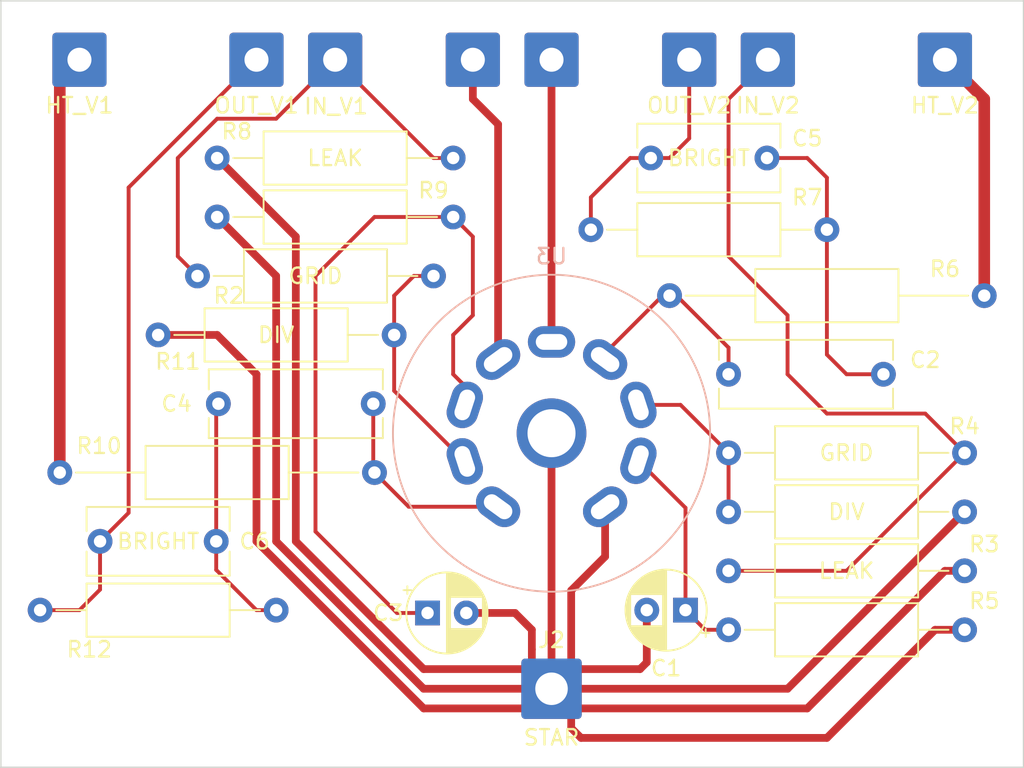
<source format=kicad_pcb>
(kicad_pcb (version 20211014) (generator pcbnew)
  (layers (0 "F.Cu" signal) (31 "B.Cu" signal) (34 "B.Paste" user) (35 "F.Paste" user) (36 "B.SilkS" user "B.Silkscreen") (37 "F.SilkS" user "F.Silkscreen") (38 "B.Mask" user) (39 "F.Mask" user) (44 "Edge.Cuts" user))
  (net 0 "")
  (net 1 "GND")
  (net 2 "Net-(C1-Pad1)")
  (net 3 "Net-(C3-Pad1)")
  (net 4 "Net-(C4-Pad1)")
  (net 5 "Net-(C2-Pad1)")
  (net 6 "Net-(C2-Pad2)")
  (net 7 "Net-(C5-Pad2)")
  (net 8 "Net-(J7-Pad1)")
  (net 9 "-3V3")
  (net 10 "+3V0")
  (net 11 "Net-(C4-Pad2)")
  (net 12 "Net-(J1-Pad1)")
  (net 13 "Net-(C6-Pad2)")
  (net 14 "Net-(J9-Pad1)")
  (net 15 "Net-(J10-Pad1)")
  (net 16 "Net-(R1-Pad2)")
  (net 17 "Net-(R11-Pad2)")
  (footprint "Resistor_THT:R_Axial_DIN0309_L9.0mm_D3.2mm_P15.24mm_Horizontal" (layer "F.Cu") (at 123.19 91.44)
    (fp_text reference "R8" (at 1.27 -1.72) (layer "F.SilkS"))
    (fp_text value "LEAK" (at 7.62 0) (layer "F.SilkS"))
    (fp_line (start 12.24 -1.72) (end 3 -1.72) (layer "F.SilkS") (width 0.12))
    (fp_line (start 3 1.72) (end 12.24 1.72) (layer "F.SilkS") (width 0.12))
    (fp_line (start 14.2 0) (end 12.24 0) (layer "F.SilkS") (width 0.12))
    (fp_line (start 3 -1.72) (end 3 1.72) (layer "F.SilkS") (width 0.12))
    (fp_line (start 12.24 1.72) (end 12.24 -1.72) (layer "F.SilkS") (width 0.12))
    (fp_line (start 1.04 0) (end 3 0) (layer "F.SilkS") (width 0.12))
    (pad "1" thru_hole circle (at 0 0) (size 1.6 1.6) (drill 0.8) (layers *.Cu *.Mask) (net 1 "GND"))
    (pad "2" thru_hole oval (at 15.24 0) (size 1.6 1.6) (drill 0.8) (layers *.Cu *.Mask) (net 8 "Net-(J7-Pad1)"))
  )
  (footprint "Capacitor_THT:C_Rect_L11.0mm_W4.2mm_P10.00mm_MKT" (layer "F.Cu") (at 156.21 105.41)
    (fp_text reference "C2" (at 12.7 -0.925) (layer "F.SilkS"))
    (fp_text value "22n")
    (fp_line (start -0.62 2.22) (end 10.62 2.22) (layer "F.SilkS") (width 0.12))
    (fp_line (start 10.62 -2.22) (end 10.62 -0.925) (layer "F.SilkS") (width 0.12))
    (fp_line (start -0.62 -2.22) (end -0.62 -0.925) (layer "F.SilkS") (width 0.12))
    (fp_line (start -0.62 -2.22) (end 10.62 -2.22) (layer "F.SilkS") (width 0.12))
    (fp_line (start 10.62 0.925) (end 10.62 2.22) (layer "F.SilkS") (width 0.12))
    (fp_line (start -0.62 0.925) (end -0.62 2.22) (layer "F.SilkS") (width 0.12))
    (pad "1" thru_hole circle (at 0 0) (size 1.6 1.6) (drill 0.8) (layers *.Cu *.Mask) (net 5 "Net-(C2-Pad1)"))
    (pad "2" thru_hole circle (at 10 0) (size 1.6 1.6) (drill 0.8) (layers *.Cu *.Mask) (net 6 "Net-(C2-Pad2)"))
  )
  (footprint "Connector_Wire:SolderWire-0.75sqmm_1x01_D1.25mm_OD3.5mm" (layer "F.Cu") (at 170.18 85.09)
    (fp_text reference "J9" hide)
    (fp_text value "HT_V2" (at 0 2.95) (layer "F.SilkS"))
    (pad "1" thru_hole roundrect (at 0 0) (size 3.5 3.5) (drill 1.55) (layers *.Cu *.Mask) (roundrect_rratio 0.07142914286) (net 14 "Net-(J9-Pad1)"))
  )
  (footprint "Connector_Wire:SolderWire-0.75sqmm_1x01_D1.25mm_OD3.5mm" (layer "F.Cu") (at 130.81 85.09)
    (fp_text reference "J7" hide)
    (fp_text value "IN_V1" (at 0.05437 3.007068) (layer "F.SilkS"))
    (pad "1" thru_hole roundrect (at 0 0) (size 3.5 3.5) (drill 1.55) (layers *.Cu *.Mask) (roundrect_rratio 0.07142914286) (net 8 "Net-(J7-Pad1)"))
  )
  (footprint "Resistor_THT:R_Axial_DIN0309_L9.0mm_D3.2mm_P20.32mm_Horizontal" (layer "F.Cu") (at 113.03 111.76)
    (fp_text reference "R10" (at 2.54 -1.72) (layer "F.SilkS"))
    (fp_text value "220K")
    (fp_line (start 19.28 0) (end 14.78 0) (layer "F.SilkS") (width 0.12))
    (fp_line (start 14.78 -1.72) (end 5.54 -1.72) (layer "F.SilkS") (width 0.12))
    (fp_line (start 5.54 -1.72) (end 5.54 1.72) (layer "F.SilkS") (width 0.12))
    (fp_line (start 1.04 0) (end 5.54 0) (layer "F.SilkS") (width 0.12))
    (fp_line (start 5.54 1.72) (end 14.78 1.72) (layer "F.SilkS") (width 0.12))
    (fp_line (start 14.78 1.72) (end 14.78 -1.72) (layer "F.SilkS") (width 0.12))
    (pad "1" thru_hole circle (at 0 0) (size 1.6 1.6) (drill 0.8) (layers *.Cu *.Mask) (net 15 "Net-(J10-Pad1)"))
    (pad "2" thru_hole oval (at 20.32 0) (size 1.6 1.6) (drill 0.8) (layers *.Cu *.Mask) (net 4 "Net-(C4-Pad1)"))
  )
  (footprint "Connector_Wire:SolderWire-0.75sqmm_1x01_D1.25mm_OD3.5mm" (layer "F.Cu") (at 114.3 85.09)
    (fp_text reference "J10" hide)
    (fp_text value "HT_V1" (at 0 2.95) (layer "F.SilkS"))
    (pad "1" thru_hole roundrect (at 0 0) (size 3.5 3.5) (drill 1.55) (layers *.Cu *.Mask) (roundrect_rratio 0.07142914286) (net 15 "Net-(J10-Pad1)"))
  )
  (footprint "Connector_Wire:SolderWire-1.5sqmm_1x01_D1.7mm_OD3.9mm" (layer "F.Cu") (at 144.78 125.73)
    (fp_text reference "J2" (at 0 -3.15) (layer "F.SilkS"))
    (fp_text value "STAR" (at 0 3.15) (layer "F.SilkS"))
    (pad "1" thru_hole roundrect (at 0 0) (size 3.9 3.9) (drill 2.1) (layers *.Cu *.Mask) (roundrect_rratio 0.06410307692) (net 1 "GND"))
  )
  (footprint "Connector_Wire:SolderWire-0.75sqmm_1x01_D1.25mm_OD3.5mm" (layer "F.Cu") (at 125.73 85.09)
    (fp_text reference "J5" hide)
    (fp_text value "OUT_V1" (at 0 2.95) (layer "F.SilkS"))
    (pad "1" thru_hole roundrect (at 0 0) (size 3.5 3.5) (drill 1.55) (layers *.Cu *.Mask) (roundrect_rratio 0.07142914286) (net 13 "Net-(C6-Pad2)"))
  )
  (footprint "Resistor_THT:R_Axial_DIN0309_L9.0mm_D3.2mm_P15.24mm_Horizontal" (layer "F.Cu") (at 156.21 121.92)
    (fp_text reference "R5" (at 16.514343 -1.861852) (layer "F.SilkS"))
    (fp_text value "1.8K")
    (fp_line (start 3 -1.72) (end 3 1.72) (layer "F.SilkS") (width 0.12))
    (fp_line (start 12.24 1.72) (end 12.24 -1.72) (layer "F.SilkS") (width 0.12))
    (fp_line (start 12.24 -1.72) (end 3 -1.72) (layer "F.SilkS") (width 0.12))
    (fp_line (start 1.04 0) (end 3 0) (layer "F.SilkS") (width 0.12))
    (fp_line (start 14.2 0) (end 12.24 0) (layer "F.SilkS") (width 0.12))
    (fp_line (start 3 1.72) (end 12.24 1.72) (layer "F.SilkS") (width 0.12))
    (pad "1" thru_hole circle (at 0 0) (size 1.6 1.6) (drill 0.8) (layers *.Cu *.Mask) (net 2 "Net-(C1-Pad1)"))
    (pad "2" thru_hole oval (at 15.24 0) (size 1.6 1.6) (drill 0.8) (layers *.Cu *.Mask) (net 1 "GND"))
  )
  (footprint "Capacitor_THT:C_Rect_L9.0mm_W4.2mm_P7.50mm_MKT" (layer "F.Cu") (at 123.13 116.205 180)
    (fp_text reference "C6" (at -2.48 0) (layer "F.SilkS"))
    (fp_text value "BRIGHT" (at 3.75 0) (layer "F.SilkS"))
    (fp_line (start 8.37 -2.22) (end 8.37 -0.665) (layer "F.SilkS") (width 0.12))
    (fp_line (start -0.87 -2.22) (end 8.37 -2.22) (layer "F.SilkS") (width 0.12))
    (fp_line (start 8.37 0.665) (end 8.37 2.22) (layer "F.SilkS") (width 0.12))
    (fp_line (start -0.87 0.665) (end -0.87 2.22) (layer "F.SilkS") (width 0.12))
    (fp_line (start -0.87 2.22) (end 8.37 2.22) (layer "F.SilkS") (width 0.12))
    (fp_line (start -0.87 -2.22) (end -0.87 -0.665) (layer "F.SilkS") (width 0.12))
    (pad "1" thru_hole circle (at 0 0 180) (size 1.6 1.6) (drill 0.8) (layers *.Cu *.Mask) (net 11 "Net-(C4-Pad2)"))
    (pad "2" thru_hole circle (at 7.5 0 180) (size 1.6 1.6) (drill 0.8) (layers *.Cu *.Mask) (net 13 "Net-(C6-Pad2)"))
  )
  (footprint "Resistor_THT:R_Axial_DIN0309_L9.0mm_D3.2mm_P15.24mm_Horizontal" (layer "F.Cu") (at 121.92 99.06)
    (fp_text reference "R2" (at 2.02 1.27) (layer "F.SilkS"))
    (fp_text value "GRID" (at 7.62 0) (layer "F.SilkS"))
    (fp_line (start 14.2 0) (end 12.24 0) (layer "F.SilkS") (width 0.12))
    (fp_line (start 3 1.72) (end 12.24 1.72) (layer "F.SilkS") (width 0.12))
    (fp_line (start 12.24 -1.72) (end 3 -1.72) (layer "F.SilkS") (width 0.12))
    (fp_line (start 3 -1.72) (end 3 1.72) (layer "F.SilkS") (width 0.12))
    (fp_line (start 1.04 0) (end 3 0) (layer "F.SilkS") (width 0.12))
    (fp_line (start 12.24 1.72) (end 12.24 -1.72) (layer "F.SilkS") (width 0.12))
    (pad "1" thru_hole circle (at 0 0) (size 1.6 1.6) (drill 0.8) (layers *.Cu *.Mask) (net 8 "Net-(J7-Pad1)"))
    (pad "2" thru_hole oval (at 15.24 0) (size 1.6 1.6) (drill 0.8) (layers *.Cu *.Mask) (net 17 "Net-(R11-Pad2)"))
  )
  (footprint "Capacitor_THT:C_Rect_L9.0mm_W4.2mm_P7.50mm_MKT" (layer "F.Cu") (at 158.69 91.44 180)
    (fp_text reference "C5" (at -2.6 1.27) (layer "F.SilkS"))
    (fp_text value "BRIGHT" (at 3.75 0) (layer "F.SilkS"))
    (fp_line (start 8.37 0.665) (end 8.37 2.22) (layer "F.SilkS") (width 0.12))
    (fp_line (start -0.87 -2.22) (end 8.37 -2.22) (layer "F.SilkS") (width 0.12))
    (fp_line (start -0.87 0.665) (end -0.87 2.22) (layer "F.SilkS") (width 0.12))
    (fp_line (start -0.87 2.22) (end 8.37 2.22) (layer "F.SilkS") (width 0.12))
    (fp_line (start 8.37 -2.22) (end 8.37 -0.665) (layer "F.SilkS") (width 0.12))
    (fp_line (start -0.87 -2.22) (end -0.87 -0.665) (layer "F.SilkS") (width 0.12))
    (pad "1" thru_hole circle (at 0 0 180) (size 1.6 1.6) (drill 0.8) (layers *.Cu *.Mask) (net 6 "Net-(C2-Pad2)"))
    (pad "2" thru_hole circle (at 7.5 0 180) (size 1.6 1.6) (drill 0.8) (layers *.Cu *.Mask) (net 7 "Net-(C5-Pad2)"))
  )
  (footprint "Resistor_THT:R_Axial_DIN0309_L9.0mm_D3.2mm_P15.24mm_Horizontal" (layer "F.Cu") (at 156.21 118.11)
    (fp_text reference "R3" (at 16.51 -1.72) (layer "F.SilkS"))
    (fp_text value "LEAK" (at 7.62 0) (layer "F.SilkS"))
    (fp_line (start 1.04 0) (end 3 0) (layer "F.SilkS") (width 0.12))
    (fp_line (start 12.24 -1.72) (end 3 -1.72) (layer "F.SilkS") (width 0.12))
    (fp_line (start 14.2 0) (end 12.24 0) (layer "F.SilkS") (width 0.12))
    (fp_line (start 3 -1.72) (end 3 1.72) (layer "F.SilkS") (width 0.12))
    (fp_line (start 12.24 1.72) (end 12.24 -1.72) (layer "F.SilkS") (width 0.12))
    (fp_line (start 3 1.72) (end 12.24 1.72) (layer "F.SilkS") (width 0.12))
    (pad "1" thru_hole circle (at 0 0) (size 1.6 1.6) (drill 0.8) (layers *.Cu *.Mask) (net 12 "Net-(J1-Pad1)"))
    (pad "2" thru_hole oval (at 15.24 0) (size 1.6 1.6) (drill 0.8) (layers *.Cu *.Mask) (net 1 "GND"))
  )
  (footprint "MountingHole:MountingHole_3.2mm_M3" (layer "F.Cu") (at 167.005 92.71)
    (fp_text reference "H1" hide)
    (fp_text value "MountingHole" hide)
    (pad "" np_thru_hole circle (at 0 0) (size 3.2 3.2) (drill 3.2) (layers *.Cu *.Mask))
  )
  (footprint "MountingHole:MountingHole_3.2mm_M3" (layer "F.Cu") (at 121.92 126.365)
    (fp_text reference "H2" hide)
    (fp_text value "MountingHole" hide)
    (pad "" np_thru_hole circle (at 0 0) (size 3.2 3.2) (drill 3.2) (layers *.Cu *.Mask))
  )
  (footprint "Connector_Wire:SolderWire-0.75sqmm_1x01_D1.25mm_OD3.5mm" (layer "F.Cu") (at 153.67 85.09)
    (fp_text reference "J8" hide)
    (fp_text value "OUT_V2" (at 0 2.95) (layer "F.SilkS"))
    (pad "1" thru_hole roundrect (at 0 0) (size 3.5 3.5) (drill 1.55) (layers *.Cu *.Mask) (roundrect_rratio 0.07142914286) (net 7 "Net-(C5-Pad2)"))
  )
  (footprint "Connector_Wire:SolderWire-0.75sqmm_1x01_D1.25mm_OD3.5mm" (layer "F.Cu") (at 144.78 85.09)
    (fp_text reference "J6" hide)
    (fp_text value "ACFIL")
    (pad "1" thru_hole roundrect (at 0 0) (size 3.5 3.5) (drill 1.55) (layers *.Cu *.Mask) (roundrect_rratio 0.07142914286) (net 10 "+3V0"))
  )
  (footprint "Capacitor_THT:CP_Radial_D5.0mm_P2.50mm" (layer "F.Cu") (at 136.776395 120.8325)
    (fp_text reference "C3" (at -2.54 0) (layer "F.SilkS"))
    (fp_text value "1µF" hide)
    (fp_line (start 3.091 1.04) (end 3.091 1.826) (layer "F.SilkS") (width 0.12))
    (fp_line (start 3.491 -1.319) (end 3.491 -1.04) (layer "F.SilkS") (width 0.12))
    (fp_line (start 1.61 -2.556) (end 1.61 -1.04) (layer "F.SilkS") (width 0.12))
    (fp_line (start 3.651 -1.011) (end 3.651 1.011) (layer "F.SilkS") (width 0.12))
    (fp_line (start 2.051 -2.455) (end 2.051 -1.04) (layer "F.SilkS") (width 0.12))
    (fp_line (start 1.69 -2.543) (end 1.69 -1.04) (layer "F.SilkS") (width 0.12))
    (fp_line (start 2.731 -2.122) (end 2.731 -1.04) (layer "F.SilkS") (width 0.12))
    (fp_line (start 3.011 1.04) (end 3.011 1.901) (layer "F.SilkS") (width 0.12))
    (fp_line (start 3.691 -0.915) (end 3.691 0.915) (layer "F.SilkS") (width 0.12))
    (fp_line (start 1.53 1.04) (end 1.53 2.565) (layer "F.SilkS") (width 0.12))
    (fp_line (start 3.251 1.04) (end 3.251 1.653) (layer "F.SilkS") (width 0.12))
    (fp_line (start 2.011 -2.468) (end 2.011 -1.04) (layer "F.SilkS") (width 0.12))
    (fp_line (start 2.291 1.04) (end 2.291 2.365) (layer "F.SilkS") (width 0.12))
    (fp_line (start 2.931 -1.971) (end 2.931 -1.04) (layer "F.SilkS") (width 0.12))
    (fp_line (start 3.171 -1.743) (end 3.171 -1.04) (layer "F.SilkS") (width 0.12))
    (fp_line (start 3.051 1.04) (end 3.051 1.864) (layer "F.SilkS") (width 0.12))
    (fp_line (start 1.77 1.04) (end 1.77 2.528) (layer "F.SilkS") (width 0.12))
    (fp_line (start 2.251 -2.382) (end 2.251 -1.04) (layer "F.SilkS") (width 0.12))
    (fp_line (start 2.851 -2.035) (end 2.851 -1.04) (layer "F.SilkS") (width 0.12))
    (fp_line (start 1.33 -2.579) (end 1.33 2.579) (layer "F.SilkS") (width 0.12))
    (fp_line (start -1.304775 -1.725) (end -1.304775 -1.225) (layer "F.SilkS") (width 0.12))
    (fp_line (start 2.651 -2.175) (end 2.651 -1.04) (layer "F.SilkS") (width 0.12))
    (fp_line (start 2.691 -2.149) (end 2.691 -1.04) (layer "F.SilkS") (width 0.12))
    (fp_line (start 2.371 1.04) (end 2.371 2.329) (layer "F.SilkS") (width 0.12))
    (fp_line (start 2.851 1.04) (end 2.851 2.035) (layer "F.SilkS") (width 0.12))
    (fp_line (start 1.73 -2.536) (end 1.73 -1.04) (layer "F.SilkS") (width 0.12))
    (fp_line (start 3.411 1.04) (end 3.411 1.443) (layer "F.SilkS") (width 0.12))
    (fp_line (start 2.731 1.04) (end 2.731 2.122) (layer "F.SilkS") (width 0.12))
    (fp_line (start 2.211 1.04) (end 2.211 2.398) (layer "F.SilkS") (width 0.12))
    (fp_line (start 1.971 1.04) (end 1.971 2.48) (layer "F.SilkS") (width 0.12))
    (fp_line (start -1.554775 -1.475) (end -1.054775 -1.475) (layer "F.SilkS") (width 0.12))
    (fp_line (start 2.011 1.04) (end 2.011 2.468) (layer "F.SilkS") (width 0.12))
    (fp_line (start 2.491 1.04) (end 2.491 2.268) (layer "F.SilkS") (width 0.12))
    (fp_line (start 3.331 1.04) (end 3.331 1.554) (layer "F.SilkS") (width 0.12))
    (fp_line (start 2.971 1.04) (end 2.971 1.937) (layer "F.SilkS") (width 0.12))
    (fp_line (start 2.091 -2.442) (end 2.091 -1.04) (layer "F.SilkS") (width 0.12))
    (fp_line (start 2.411 -2.31) (end 2.411 -1.04) (layer "F.SilkS") (width 0.12))
    (fp_line (start 3.371 1.04) (end 3.371 1.5) (layer "F.SilkS") (width 0.12))
    (fp_line (start 3.771 -0.677) (end 3.771 0.677) (layer "F.SilkS") (width 0.12))
    (fp_line (start 1.53 -2.565) (end 1.53 -1.04) (layer "F.SilkS") (width 0.12))
    (fp_line (start 2.251 1.04) (end 2.251 2.382) (layer "F.SilkS") (width 0.12))
    (fp_line (start 3.131 -1.785) (end 3.131 -1.04) (layer "F.SilkS") (width 0.12))
    (fp_line (start 3.171 1.04) (end 3.171 1.743) (layer "F.SilkS") (width 0.12))
    (fp_line (start 1.89 -2.501) (end 1.89 -1.04) (layer "F.SilkS") (width 0.12))
    (fp_line (start 1.93 1.04) (end 1.93 2.491) (layer "F.SilkS") (width 0.12))
    (fp_line (start 3.131 1.04) (end 3.131 1.785) (layer "F.SilkS") (width 0.12))
    (fp_line (start 1.29 -2.58) (end 1.29 2.58) (layer "F.SilkS") (width 0.12))
    (fp_line (start 1.971 -2.48) (end 1.971 -1.04) (layer "F.SilkS") (width 0.12))
    (fp_line (start 2.811 1.04) (end 2.811 2.065) (layer "F.SilkS") (width 0.12))
    (fp_line (start 1.77 -2.528) (end 1.77 -1.04) (layer "F.SilkS") (width 0.12))
    (fp_line (start 1.49 -2.569) (end 1.49 -1.04) (layer "F.SilkS") (width 0.12))
    (fp_line (start 2.611 1.04) (end 2.611 2.2) (layer "F.SilkS") (width 0.12))
    (fp_line (start 1.81 -2.52) (end 1.81 -1.04) (layer "F.SilkS") (width 0.12))
    (fp_line (start 2.051 1.04) (end 2.051 2.455) (layer "F.SilkS") (width 0.12))
    (fp_line (start 1.65 -2.55) (end 1.65 -1.04) (layer "F.SilkS") (width 0.12))
    (fp_line (start 3.211 1.04) (end 3.211 1.699) (layer "F.SilkS") (width 0.12))
    (fp_line (start 2.531 1.04) (end 2.531 2.247) (layer "F.SilkS") (width 0.12))
    (fp_line (start 2.411 1.04) (end 2.411 2.31) (layer "F.SilkS") (width 0.12))
    (fp_line (start 3.811 -0.518) (end 3.811 0.518) (layer "F.SilkS") (width 0.12))
    (fp_line (start 1.25 -2.58) (end 1.25 2.58) (layer "F.SilkS") (width 0.12))
    (fp_line (start 2.531 -2.247) (end 2.531 -1.04) (layer "F.SilkS") (width 0.12))
    (fp_line (start 2.651 1.04) (end 2.651 2.175) (layer "F.SilkS") (width 0.12))
    (fp_line (start 2.371 -2.329) (end 2.371 -1.04) (layer "F.SilkS") (width 0.12))
    (fp_line (start 3.371 -1.5) (end 3.371 -1.04) (layer "F.SilkS") (width 0.12))
    (fp_line (start 2.571 1.04) (end 2.571 2.224) (layer "F.SilkS") (width 0.12))
    (fp_line (start 3.411 -1.443) (end 3.411 -1.04) (layer "F.SilkS") (width 0.12))
    (fp_line (start 3.731 -0.805) (end 3.731 0.805) (layer "F.SilkS") (width 0.12))
    (fp_line (start 2.211 -2.398) (end 2.211 -1.04) (layer "F.SilkS") (width 0.12))
    (fp_line (start 1.57 1.04) (end 1.57 2.561) (layer "F.SilkS") (width 0.12))
    (fp_line (start 1.65 1.04) (end 1.65 2.55) (layer "F.SilkS") (width 0.12))
    (fp_line (start 3.851 -0.284) (end 3.851 0.284) (layer "F.SilkS") (width 0.12))
    (fp_line (start 1.81 1.04) (end 1.81 2.52) (layer "F.SilkS") (width 0.12))
    (fp_line (start 3.491 1.04) (end 3.491 1.319) (layer "F.SilkS") (width 0.12))
    (fp_line (start 2.291 -2.365) (end 2.291 -1.04) (layer "F.SilkS") (width 0.12))
    (fp_line (start 2.891 1.04) (end 2.891 2.004) (layer "F.SilkS") (width 0.12))
    (fp_line (start 1.69 1.04) (end 1.69 2.543) (layer "F.SilkS") (width 0.12))
    (fp_line (start 2.811 -2.065) (end 2.811 -1.04) (layer "F.SilkS") (width 0.12))
    (fp_line (start 2.771 -2.095) (end 2.771 -1.04) (layer "F.SilkS") (width 0.12))
    (fp_line (start 2.891 -2.004) (end 2.891 -1.04) (layer "F.SilkS") (width 0.12))
    (fp_line (start 1.93 -2.491) (end 1.93 -1.04) (layer "F.SilkS") (width 0.12))
    (fp_line (start 2.131 1.04) (end 2.131 2.428) (layer "F.SilkS") (width 0.12))
    (fp_line (start 2.131 -2.428) (end 2.131 -1.04) (layer "F.SilkS") (width 0.12))
    (fp_line (start 2.771 1.04) (end 2.771 2.095) (layer "F.SilkS") (width 0.12))
    (fp_line (start 3.051 -1.864) (end 3.051 -1.04) (layer "F.SilkS") (width 0.12))
    (fp_line (start 3.291 -1.605) (end 3.291 -1.04) (layer "F.SilkS") (width 0.12))
    (fp_line (start 2.491 -2.268) (end 2.491 -1.04) (layer "F.SilkS") (width 0.12))
    (fp_line (start 2.331 1.04) (end 2.331 2.348) (layer "F.SilkS") (width 0.12))
    (fp_line (start 3.291 1.04) (end 3.291 1.605) (layer "F.SilkS") (width 0.12))
    (fp_line (start 2.171 -2.414) (end 2.171 -1.04) (layer "F.SilkS") (width 0.12))
    (fp_line (start 2.611 -2.2) (end 2.611 -1.04) (layer "F.SilkS") (width 0.12))
    (fp_line (start 2.691 1.04) (end 2.691 2.149) (layer "F.SilkS") (width 0.12))
    (fp_line (start 2.571 -2.224) (end 2.571 -1.04) (layer "F.SilkS") (width 0.12))
    (fp_line (start 2.171 1.04) (end 2.171 2.414) (layer "F.SilkS") (width 0.12))
    (fp_line (start 2.331 -2.348) (end 2.331 -1.04) (layer "F.SilkS") (width 0.12))
    (fp_line (start 3.611 -1.098) (end 3.611 1.098) (layer "F.SilkS") (width 0.12))
    (fp_line (start 3.211 -1.699) (end 3.211 -1.04) (layer "F.SilkS") (width 0.12))
    (fp_line (start 2.451 1.04) (end 2.451 2.29) (layer "F.SilkS") (width 0.12))
    (fp_line (start 1.61 1.04) (end 1.61 2.556) (layer "F.SilkS") (width 0.12))
    (fp_line (start 1.37 -2.578) (end 1.37 2.578) (layer "F.SilkS") (width 0.12))
    (fp_line (start 3.451 1.04) (end 3.451 1.383) (layer "F.SilkS") (width 0.12))
    (fp_line (start 3.091 -1.826) (end 3.091 -1.04) (layer "F.SilkS") (width 0.12))
    (fp_line (start 2.971 -1.937) (end 2.971 -1.04) (layer "F.SilkS") (width 0.12))
    (fp_line (start 1.85 1.04) (end 1.85 2.511) (layer "F.SilkS") (width 0.12))
    (fp_line (start 1.89 1.04) (end 1.89 2.501) (layer "F.SilkS") (width 0.12))
    (fp_line (start 3.251 -1.653) (end 3.251 -1.04) (layer "F.SilkS") (width 0.12))
    (fp_line (start 1.49 1.04) (end 1.49 2.569) (layer "F.SilkS") (width 0.12))
    (fp_line (start 2.451 -2.29) (end 2.451 -1.04) (layer "F.SilkS") (width 0.12))
    (fp_line (start 1.41 -2.576) (end 1.41 2.576) (layer "F.SilkS") (width 0.12))
    (fp_line (start 1.45 -2.573) (end 1.45 2.573) (layer "F.SilkS") (width 0.12))
    (fp_line (start 3.331 -1.554) (end 3.331 -1.04) (layer "F.SilkS") (width 0.12))
    (fp_line (start 1.85 -2.511) (end 1.85 -1.04) (layer "F.SilkS") (width 0.12))
    (fp_line (start 3.011 -1.901) (end 3.011 -1.04) (layer "F.SilkS") (width 0.12))
    (fp_line (start 2.091 1.04) (end 2.091 2.442) (layer "F.SilkS") (width 0.12))
    (fp_line (start 2.931 1.04) (end 2.931 1.971) (layer "F.SilkS") (width 0.12))
    (fp_line (start 3.531 1.04) (end 3.531 1.251) (layer "F.SilkS") (width 0.12))
    (fp_line (start 3.531 -1.251) (end 3.531 -1.04) (layer "F.SilkS") (width 0.12))
    (fp_line (start 1.73 1.04) (end 1.73 2.536) (layer "F.SilkS") (width 0.12))
    (fp_line (start 3.451 -1.383) (end 3.451 -1.04) (layer "F.SilkS") (width 0.12))
    (fp_line (start 3.571 -1.178) (end 3.571 1.178) (layer "F.SilkS") (width 0.12))
    (fp_line (start 1.57 -2.561) (end 1.57 -1.04) (layer "F.SilkS") (width 0.12))
    (fp_circle (center 1.25 0) (end 3.87 0) (layer "F.SilkS") (width 0.12) (fill none))
    (pad "1" thru_hole rect (at 0 0) (size 1.6 1.6) (drill 0.8) (layers *.Cu *.Mask) (net 3 "Net-(C3-Pad1)"))
    (pad "2" thru_hole circle (at 2.5 0) (size 1.6 1.6) (drill 0.8) (layers *.Cu *.Mask) (net 1 "GND"))
  )
  (footprint "Resistor_THT:R_Axial_DIN0309_L9.0mm_D3.2mm_P15.24mm_Horizontal" (layer "F.Cu") (at 119.38 102.87)
    (fp_text reference "R11" (at 1.27 1.72) (layer "F.SilkS"))
    (fp_text value "DIV" (at 7.62 0) (layer "F.SilkS"))
    (fp_line (start 14.2 0) (end 12.24 0) (layer "F.SilkS") (width 0.12))
    (fp_line (start 12.24 1.72) (end 12.24 -1.72) (layer "F.SilkS") (width 0.12))
    (fp_line (start 1.04 0) (end 3 0) (layer "F.SilkS") (width 0.12))
    (fp_line (start 12.24 -1.72) (end 3 -1.72) (layer "F.SilkS") (width 0.12))
    (fp_line (start 3 1.72) (end 12.24 1.72) (layer "F.SilkS") (width 0.12))
    (fp_line (start 3 -1.72) (end 3 1.72) (layer "F.SilkS") (width 0.12))
    (pad "1" thru_hole circle (at 0 0) (size 1.6 1.6) (drill 0.8) (layers *.Cu *.Mask) (net 1 "GND"))
    (pad "2" thru_hole oval (at 15.24 0) (size 1.6 1.6) (drill 0.8) (layers *.Cu *.Mask) (net 17 "Net-(R11-Pad2)"))
  )
  (footprint "Connector_Wire:SolderWire-0.75sqmm_1x01_D1.25mm_OD3.5mm" (layer "F.Cu") (at 158.75 85.09)
    (fp_text reference "J1" hide)
    (fp_text value "IN_V2" (at 0 2.95) (layer "F.SilkS"))
    (pad "1" thru_hole roundrect (at 0 0) (size 3.5 3.5) (drill 1.55) (layers *.Cu *.Mask) (roundrect_rratio 0.07142914286) (net 12 "Net-(J1-Pad1)"))
  )
  (footprint "Capacitor_THT:C_Rect_L11.0mm_W4.2mm_P10.00mm_MKT" (layer "F.Cu") (at 133.27 107.315 180)
    (fp_text reference "C4" (at 12.7 0 180) (layer "F.SilkS"))
    (fp_text value "22n")
    (fp_line (start -0.62 2.22) (end 10.62 2.22) (layer "F.SilkS") (width 0.12))
    (fp_line (start -0.62 -2.22) (end -0.62 -0.925) (layer "F.SilkS") (width 0.12))
    (fp_line (start -0.62 -2.22) (end 10.62 -2.22) (layer "F.SilkS") (width 0.12))
    (fp_line (start 10.62 -2.22) (end 10.62 -0.925) (layer "F.SilkS") (width 0.12))
    (fp_line (start -0.62 0.925) (end -0.62 2.22) (layer "F.SilkS") (width 0.12))
    (fp_line (start 10.62 0.925) (end 10.62 2.22) (layer "F.SilkS") (width 0.12))
    (pad "1" thru_hole circle (at 0 0 180) (size 1.6 1.6) (drill 0.8) (layers *.Cu *.Mask) (net 4 "Net-(C4-Pad1)"))
    (pad "2" thru_hole circle (at 10 0 180) (size 1.6 1.6) (drill 0.8) (layers *.Cu *.Mask) (net 11 "Net-(C4-Pad2)"))
  )
  (footprint "Resistor_THT:R_Axial_DIN0309_L9.0mm_D3.2mm_P15.24mm_Horizontal" (layer "F.Cu") (at 127 120.65 180)
    (fp_text reference "R12" (at 12.065 -2.54) (layer "F.SilkS"))
    (fp_text value "470K")
    (fp_line (start 12.24 1.72) (end 12.24 -1.72) (layer "F.SilkS") (width 0.12))
    (fp_line (start 3 -1.72) (end 3 1.72) (layer "F.SilkS") (width 0.12))
    (fp_line (start 14.2 0) (end 12.24 0) (layer "F.SilkS") (width 0.12))
    (fp_line (start 12.24 -1.72) (end 3 -1.72) (layer "F.SilkS") (width 0.12))
    (fp_line (start 1.04 0) (end 3 0) (layer "F.SilkS") (width 0.12))
    (fp_line (start 3 1.72) (end 12.24 1.72) (layer "F.SilkS") (width 0.12))
    (pad "1" thru_hole circle (at 0 0 180) (size 1.6 1.6) (drill 0.8) (layers *.Cu *.Mask) (net 11 "Net-(C4-Pad2)"))
    (pad "2" thru_hole oval (at 15.24 0 180) (size 1.6 1.6) (drill 0.8) (layers *.Cu *.Mask) (net 13 "Net-(C6-Pad2)"))
  )
  (footprint "Resistor_THT:R_Axial_DIN0309_L9.0mm_D3.2mm_P15.24mm_Horizontal" (layer "F.Cu") (at 171.45 114.3 180)
    (fp_text reference "R1" hide)
    (fp_text value "DIV" (at 7.62 0) (layer "F.SilkS"))
    (fp_line (start 3 -1.72) (end 3 1.72) (layer "F.SilkS") (width 0.12))
    (fp_line (start 12.24 -1.72) (end 3 -1.72) (layer "F.SilkS") (width 0.12))
    (fp_line (start 14.2 0) (end 12.24 0) (layer "F.SilkS") (width 0.12))
    (fp_line (start 1.04 0) (end 3 0) (layer "F.SilkS") (width 0.12))
    (fp_line (start 3 1.72) (end 12.24 1.72) (layer "F.SilkS") (width 0.12))
    (fp_line (start 12.24 1.72) (end 12.24 -1.72) (layer "F.SilkS") (width 0.12))
    (pad "1" thru_hole circle (at 0 0 180) (size 1.6 1.6) (drill 0.8) (layers *.Cu *.Mask) (net 1 "GND"))
    (pad "2" thru_hole oval (at 15.24 0 180) (size 1.6 1.6) (drill 0.8) (layers *.Cu *.Mask) (net 16 "Net-(R1-Pad2)"))
  )
  (footprint "Capacitor_THT:CP_Radial_D5.0mm_P2.50mm" (layer "F.Cu") (at 153.43 120.65 180)
    (fp_text reference "C1" (at 1.25 -3.75) (layer "F.SilkS"))
    (fp_text value "0.1µF" hide)
    (fp_line (start 1.57 -2.561) (end 1.57 -1.04) (layer "F.SilkS") (width 0.12))
    (fp_line (start 3.611 -1.098) (end 3.611 1.098) (layer "F.SilkS") (width 0.12))
    (fp_line (start 3.371 -1.5) (end 3.371 -1.04) (layer "F.SilkS") (width 0.12))
    (fp_line (start 2.211 -2.398) (end 2.211 -1.04) (layer "F.SilkS") (width 0.12))
    (fp_line (start 2.731 -2.122) (end 2.731 -1.04) (layer "F.SilkS") (width 0.12))
    (fp_line (start 2.971 1.04) (end 2.971 1.937) (layer "F.SilkS") (width 0.12))
    (fp_line (start 1.89 -2.501) (end 1.89 -1.04) (layer "F.SilkS") (width 0.12))
    (fp_line (start 2.571 1.04) (end 2.571 2.224) (layer "F.SilkS") (width 0.12))
    (fp_line (start 2.291 -2.365) (end 2.291 -1.04) (layer "F.SilkS") (width 0.12))
    (fp_line (start 2.051 1.04) (end 2.051 2.455) (layer "F.SilkS") (width 0.12))
    (fp_line (start 2.091 -2.442) (end 2.091 -1.04) (layer "F.SilkS") (width 0.12))
    (fp_line (start 3.411 -1.443) (end 3.411 -1.04) (layer "F.SilkS") (width 0.12))
    (fp_line (start 3.731 -0.805) (end 3.731 0.805) (layer "F.SilkS") (width 0.12))
    (fp_line (start 3.251 1.04) (end 3.251 1.653) (layer "F.SilkS") (width 0.12))
    (fp_line (start 1.37 -2.578) (end 1.37 2.578) (layer "F.SilkS") (width 0.12))
    (fp_line (start 3.011 1.04) (end 3.011 1.901) (layer "F.SilkS") (width 0.12))
    (fp_line (start 2.811 1.04) (end 2.811 2.065) (layer "F.SilkS") (width 0.12))
    (fp_line (start 1.81 -2.52) (end 1.81 -1.04) (layer "F.SilkS") (width 0.12))
    (fp_line (start 2.251 -2.382) (end 2.251 -1.04) (layer "F.SilkS") (width 0.12))
    (fp_line (start 2.651 1.04) (end 2.651 2.175) (layer "F.SilkS") (width 0.12))
    (fp_line (start 3.451 1.04) (end 3.451 1.383) (layer "F.SilkS") (width 0.12))
    (fp_line (start 3.251 -1.653) (end 3.251 -1.04) (layer "F.SilkS") (width 0.12))
    (fp_line (start 2.571 -2.224) (end 2.571 -1.04) (layer "F.SilkS") (width 0.12))
    (fp_line (start 1.89 1.04) (end 1.89 2.501) (layer "F.SilkS") (width 0.12))
    (fp_line (start 1.65 -2.55) (end 1.65 -1.04) (layer "F.SilkS") (width 0.12))
    (fp_line (start 3.211 -1.699) (end 3.211 -1.04) (layer "F.SilkS") (width 0.12))
    (fp_line (start 2.131 -2.428) (end 2.131 -1.04) (layer "F.SilkS") (width 0.12))
    (fp_line (start 2.531 -2.247) (end 2.531 -1.04) (layer "F.SilkS") (width 0.12))
    (fp_line (start 1.41 -2.576) (end 1.41 2.576) (layer "F.SilkS") (width 0.12))
    (fp_line (start 3.331 -1.554) (end 3.331 -1.04) (layer "F.SilkS") (width 0.12))
    (fp_line (start 1.25 -2.58) (end 1.25 2.58) (layer "F.SilkS") (width 0.12))
    (fp_line (start 3.211 1.04) (end 3.211 1.699) (layer "F.SilkS") (width 0.12))
    (fp_line (start 2.971 -1.937) (end 2.971 -1.04) (layer "F.SilkS") (width 0.12))
    (fp_line (start 2.931 1.04) (end 2.931 1.971) (layer "F.SilkS") (width 0.12))
    (fp_line (start 1.61 1.04) (end 1.61 2.556) (layer "F.SilkS") (width 0.12))
    (fp_line (start 3.131 -1.785) (end 3.131 -1.04) (layer "F.SilkS") (width 0.12))
    (fp_line (start 3.371 1.04) (end 3.371 1.5) (layer "F.SilkS") (width 0.12))
    (fp_line (start 2.691 -2.149) (end 2.691 -1.04) (layer "F.SilkS") (width 0.12))
    (fp_line (start 2.411 -2.31) (end 2.411 -1.04) (layer "F.SilkS") (width 0.12))
    (fp_line (start 3.091 1.04) (end 3.091 1.826) (layer "F.SilkS") (width 0.12))
    (fp_line (start 3.491 -1.319) (end 3.491 -1.04) (layer "F.SilkS") (width 0.12))
    (fp_line (start 3.291 -1.605) (end 3.291 -1.04) (layer "F.SilkS") (width 0.12))
    (fp_line (start 1.971 1.04) (end 1.971 2.48) (layer "F.SilkS") (width 0.12))
    (fp_line (start 1.33 -2.579) (end 1.33 2.579) (layer "F.SilkS") (width 0.12))
    (fp_line (start 2.851 1.04) (end 2.851 2.035) (layer "F.SilkS") (width 0.12))
    (fp_line (start 3.491 1.04) (end 3.491 1.319) (layer "F.SilkS") (width 0.12))
    (fp_line (start 3.811 -0.518) (end 3.811 0.518) (layer "F.SilkS") (width 0.12))
    (fp_line (start 2.491 -2.268) (end 2.491 -1.04) (layer "F.SilkS") (width 0.12))
    (fp_line (start 3.171 -1.743) (end 3.171 -1.04) (layer "F.SilkS") (width 0.12))
    (fp_line (start 2.131 1.04) (end 2.131 2.428) (layer "F.SilkS") (width 0.12))
    (fp_line (start 2.491 1.04) (end 2.491 2.268) (layer "F.SilkS") (width 0.12))
    (fp_line (start 3.051 1.04) (end 3.051 1.864) (layer "F.SilkS") (width 0.12))
    (fp_line (start 2.011 -2.468) (end 2.011 -1.04) (layer "F.SilkS") (width 0.12))
    (fp_line (start 2.891 1.04) (end 2.891 2.004) (layer "F.SilkS") (width 0.12))
    (fp_line (start 2.411 1.04) (end 2.411 2.31) (layer "F.SilkS") (width 0.12))
    (fp_line (start 1.85 1.04) (end 1.85 2.511) (layer "F.SilkS") (width 0.12))
    (fp_line (start 2.171 -2.414) (end 2.171 -1.04) (layer "F.SilkS") (width 0.12))
    (fp_line (start 2.171 1.04) (end 2.171 2.414) (layer "F.SilkS") (width 0.12))
    (fp_line (start 1.53 -2.565) (end 1.53 -1.04) (layer "F.SilkS") (width 0.12))
    (fp_line (start 2.091 1.04) (end 2.091 2.442) (layer "F.SilkS") (width 0.12))
    (fp_line (start 2.051 -2.455) (end 2.051 -1.04) (layer "F.SilkS") (width 0.12))
    (fp_line (start 2.371 -2.329) (end 2.371 -1.04) (layer "F.SilkS") (width 0.12))
    (fp_line (start 3.571 -1.178) (end 3.571 1.178) (layer "F.SilkS") (width 0.12))
    (fp_line (start 2.651 -2.175) (end 2.651 -1.04) (layer "F.SilkS") (width 0.12))
    (fp_line (start 1.971 -2.48) (end 1.971 -1.04) (layer "F.SilkS") (width 0.12))
    (fp_line (start 3.691 -0.915) (end 3.691 0.915) (layer "F.SilkS") (width 0.12))
    (fp_line (start 1.45 -2.573) (end 1.45 2.573) (layer "F.SilkS") (width 0.12))
    (fp_line (start 1.65 1.04) (end 1.65 2.55) (layer "F.SilkS") (width 0.12))
    (fp_line (start 1.49 -2.569) (end 1.49 -1.04) (layer "F.SilkS") (width 0.12))
    (fp_line (start 1.29 -2.58) (end 1.29 2.58) (layer "F.SilkS") (width 0.12))
    (fp_line (start 2.611 1.04) (end 2.611 2.2) (layer "F.SilkS") (width 0.12))
    (fp_line (start 1.61 -2.556) (end 1.61 -1.04) (layer "F.SilkS") (width 0.12))
    (fp_line (start 2.731 1.04) (end 2.731 2.122) (layer "F.SilkS") (width 0.12))
    (fp_line (start 1.69 1.04) (end 1.69 2.543) (layer "F.SilkS") (width 0.12))
    (fp_line (start -1.554775 -1.475) (end -1.054775 -1.475) (layer "F.SilkS") (width 0.12))
    (fp_line (start 3.131 1.04) (end 3.131 1.785) (layer "F.SilkS") (width 0.12))
    (fp_line (start 3.451 -1.383) (end 3.451 -1.04) (layer "F.SilkS") (width 0.12))
    (fp_line (start 3.531 -1.251) (end 3.531 -1.04) (layer "F.SilkS") (width 0.12))
    (fp_line (start 3.091 -1.826) (end 3.091 -1.04) (layer "F.SilkS") (width 0.12))
    (fp_line (start 2.931 -1.971) (end 2.931 -1.04) (layer "F.SilkS") (width 0.12))
    (fp_line (start 2.771 1.04) (end 2.771 2.095) (layer "F.SilkS") (width 0.12))
    (fp_line (start 1.93 -2.491) (end 1.93 -1.04) (layer "F.SilkS") (width 0.12))
    (fp_line (start 1.81 1.04) (end 1.81 2.52) (layer "F.SilkS") (width 0.12))
    (fp_line (start 1.85 -2.511) (end 1.85 -1.04) (layer "F.SilkS") (width 0.12))
    (fp_line (start 2.691 1.04) (end 2.691 2.149) (layer "F.SilkS") (width 0.12))
    (fp_line (start 3.771 -0.677) (end 3.771 0.677) (layer "F.SilkS") (width 0.12))
    (fp_line (start 2.211 1.04) (end 2.211 2.398) (layer "F.SilkS") (width 0.12))
    (fp_line (start 2.331 1.04) (end 2.331 2.348) (layer "F.SilkS") (width 0.12))
    (fp_line (start 3.531 1.04) (end 3.531 1.251) (layer "F.SilkS") (width 0.12))
    (fp_line (start 2.611 -2.2) (end 2.611 -1.04) (layer "F.SilkS") (width 0.12))
    (fp_line (start 1.49 1.04) (end 1.49 2.569) (layer "F.SilkS") (width 0.12))
    (fp_line (start 2.891 -2.004) (end 2.891 -1.04) (layer "F.SilkS") (width 0.12))
    (fp_line (start 2.451 1.04) (end 2.451 2.29) (layer "F.SilkS") (width 0.12))
    (fp_line (start 2.531 1.04) (end 2.531 2.247) (layer "F.SilkS") (width 0.12))
    (fp_line (start 2.291 1.04) (end 2.291 2.365) (layer "F.SilkS") (width 0.12))
    (fp_line (start 2.011 1.04) (end 2.011 2.468) (layer "F.SilkS") (width 0.12))
    (fp_line (start 3.051 -1.864) (end 3.051 -1.04) (layer "F.SilkS") (width 0.12))
    (fp_line (start 1.73 -2.536) (end 1.73 -1.04) (layer "F.SilkS") (width 0.12))
    (fp_line (start 1.93 1.04) (end 1.93 2.491) (layer "F.SilkS") (width 0.12))
    (fp_line (start 3.331 1.04) (end 3.331 1.554) (layer "F.SilkS") (width 0.12))
    (fp_line (start 2.851 -2.035) (end 2.851 -1.04) (layer "F.SilkS") (width 0.12))
    (fp_line (start 3.291 1.04) (end 3.291 1.605) (layer "F.SilkS") (width 0.12))
    (fp_line (start -1.304775 -1.725) (end -1.304775 -1.225) (layer "F.SilkS") (width 0.12))
    (fp_line (start 2.811 -2.065) (end 2.811 -1.04) (layer "F.SilkS") (width 0.12))
    (fp_line (start 3.171 1.04) (end 3.171 1.743) (layer "F.SilkS") (width 0.12))
    (fp_line (start 2.331 -2.348) (end 2.331 -1.04) (layer "F.SilkS") (width 0.12))
    (fp_line (start 2.771 -2.095) (end 2.771 -1.04) (layer "F.SilkS") (width 0.12))
    (fp_line (start 1.73 1.04) (end 1.73 2.536) (layer "F.SilkS") (width 0.12))
    (fp_line (start 3.851 -0.284) (end 3.851 0.284) (layer "F.SilkS") (width 0.12))
    (fp_line (start 1.77 1.04) (end 1.77 2.528) (layer "F.SilkS") (width 0.12))
    (fp_line (start 1.69 -2.543) (end 1.69 -1.04) (layer "F.SilkS") (width 0.12))
    (fp_line (start 2.451 -2.29) (end 2.451 -1.04) (layer "F.SilkS") (width 0.12))
    (fp_line (start 1.53 1.04) (end 1.53 2.565) (layer "F.SilkS") (width 0.12))
    (fp_line (start 3.411 1.04) (end 3.411 1.443) (layer "F.SilkS") (width 0.12))
    (fp_line (start 1.57 1.04) (end 1.57 2.561) (layer "F.SilkS") (width 0.12))
    (fp_line (start 3.651 -1.011) (end 3.651 1.011) (layer "F.SilkS") (width 0.12))
    (fp_line (start 2.251 1.04) (end 2.251 2.382) (layer "F.SilkS") (width 0.12))
    (fp_line (start 2.371 1.04) (end 2.371 2.329) (layer "F.SilkS") (width 0.12))
    (fp_line (start 1.77 -2.528) (end 1.77 -1.04) (layer "F.SilkS") (width 0.12))
    (fp_line (start 3.011 -1.901) (end 3.011 -1.04) (layer "F.SilkS") (width 0.12))
    (fp_circle (center 1.25 0) (end 3.87 0) (layer "F.SilkS") (width 0.12) (fill none))
    (pad "1" thru_hole rect (at 0 0 180) (size 1.6 1.6) (drill 0.8) (layers *.Cu *.Mask) (net 2 "Net-(C1-Pad1)"))
    (pad "2" thru_hole circle (at 2.5 0 180) (size 1.6 1.6) (drill 0.8) (layers *.Cu *.Mask) (net 1 "GND"))
  )
  (footprint "Resistor_THT:R_Axial_DIN0309_L9.0mm_D3.2mm_P15.24mm_Horizontal" (layer "F.Cu") (at 138.43 95.25 180)
    (fp_text reference "R9" (at 1.27 1.72) (layer "F.SilkS"))
    (fp_text value "1.8K")
    (fp_line (start 12.24 -1.72) (end 3 -1.72) (layer "F.SilkS") (width 0.12))
    (fp_line (start 3 1.72) (end 12.24 1.72) (layer "F.SilkS") (width 0.12))
    (fp_line (start 14.2 0) (end 12.24 0) (layer "F.SilkS") (width 0.12))
    (fp_line (start 3 -1.72) (end 3 1.72) (layer "F.SilkS") (width 0.12))
    (fp_line (start 1.04 0) (end 3 0) (layer "F.SilkS") (width 0.12))
    (fp_line (start 12.24 1.72) (end 12.24 -1.72) (layer "F.SilkS") (width 0.12))
    (pad "1" thru_hole circle (at 0 0 180) (size 1.6 1.6) (drill 0.8) (layers *.Cu *.Mask) (net 3 "Net-(C3-Pad1)"))
    (pad "2" thru_hole oval (at 15.24 0 180) (size 1.6 1.6) (drill 0.8) (layers *.Cu *.Mask) (net 1 "GND"))
  )
  (footprint "Resistor_THT:R_Axial_DIN0309_L9.0mm_D3.2mm_P15.24mm_Horizontal" (layer "F.Cu") (at 171.45 110.49 180)
    (fp_text reference "R4" (at 0 1.72) (layer "F.SilkS"))
    (fp_text value "GRID" (at 7.62 0) (layer "F.SilkS"))
    (fp_line (start 12.24 -1.72) (end 3 -1.72) (layer "F.SilkS") (width 0.12))
    (fp_line (start 3 -1.72) (end 3 1.72) (layer "F.SilkS") (width 0.12))
    (fp_line (start 3 1.72) (end 12.24 1.72) (layer "F.SilkS") (width 0.12))
    (fp_line (start 12.24 1.72) (end 12.24 -1.72) (layer "F.SilkS") (width 0.12))
    (fp_line (start 1.04 0) (end 3 0) (layer "F.SilkS") (width 0.12))
    (fp_line (start 14.2 0) (end 12.24 0) (layer "F.SilkS") (width 0.12))
    (pad "1" thru_hole circle (at 0 0 180) (size 1.6 1.6) (drill 0.8) (layers *.Cu *.Mask) (net 12 "Net-(J1-Pad1)"))
    (pad "2" thru_hole oval (at 15.24 0 180) (size 1.6 1.6) (drill 0.8) (layers *.Cu *.Mask) (net 16 "Net-(R1-Pad2)"))
  )
  (footprint "Resistor_THT:R_Axial_DIN0309_L9.0mm_D3.2mm_P15.24mm_Horizontal" (layer "F.Cu") (at 162.56 96.07 180)
    (fp_text reference "R7" (at 1.27 2.09) (layer "F.SilkS"))
    (fp_text value "470K")
    (fp_line (start 12.24 -1.72) (end 3 -1.72) (layer "F.SilkS") (width 0.12))
    (fp_line (start 14.2 0) (end 12.24 0) (layer "F.SilkS") (width 0.12))
    (fp_line (start 3 -1.72) (end 3 1.72) (layer "F.SilkS") (width 0.12))
    (fp_line (start 3 1.72) (end 12.24 1.72) (layer "F.SilkS") (width 0.12))
    (fp_line (start 12.24 1.72) (end 12.24 -1.72) (layer "F.SilkS") (width 0.12))
    (fp_line (start 1.04 0) (end 3 0) (layer "F.SilkS") (width 0.12))
    (pad "1" thru_hole circle (at 0 0 180) (size 1.6 1.6) (drill 0.8) (layers *.Cu *.Mask) (net 6 "Net-(C2-Pad2)"))
    (pad "2" thru_hole oval (at 15.24 0 180) (size 1.6 1.6) (drill 0.8) (layers *.Cu *.Mask) (net 7 "Net-(C5-Pad2)"))
  )
  (footprint "Connector_Wire:SolderWire-0.75sqmm_1x01_D1.25mm_OD3.5mm" (layer "F.Cu") (at 139.7 85.09)
    (fp_text reference "J3" hide)
    (fp_text value "ACFIL")
    (pad "1" thru_hole roundrect (at 0 0) (size 3.5 3.5) (drill 1.55) (layers *.Cu *.Mask) (roundrect_rratio 0.07142914286) (net 9 "-3V3"))
  )
  (footprint "Resistor_THT:R_Axial_DIN0309_L9.0mm_D3.2mm_P20.32mm_Horizontal" (layer "F.Cu") (at 172.72 100.33 180)
    (fp_text reference "R6" (at 2.54 1.72 180) (layer "F.SilkS"))
    (fp_text value "220K")
    (fp_line (start 14.78 -1.72) (end 5.54 -1.72) (layer "F.SilkS") (width 0.12))
    (fp_line (start 14.78 1.72) (end 14.78 -1.72) (layer "F.SilkS") (width 0.12))
    (fp_line (start 1.04 0) (end 5.54 0) (layer "F.SilkS") (width 0.12))
    (fp_line (start 5.54 1.72) (end 14.78 1.72) (layer "F.SilkS") (width 0.12))
    (fp_line (start 19.28 0) (end 14.78 0) (layer "F.SilkS") (width 0.12))
    (fp_line (start 5.54 -1.72) (end 5.54 1.72) (layer "F.SilkS") (width 0.12))
    (pad "1" thru_hole circle (at 0 0 180) (size 1.6 1.6) (drill 0.8) (layers *.Cu *.Mask) (net 14 "Net-(J9-Pad1)"))
    (pad "2" thru_hole oval (at 20.32 0 180) (size 1.6 1.6) (drill 0.8) (layers *.Cu *.Mask) (net 5 "Net-(C2-Pad1)"))
  )
  (footprint "Valve:Valve_ECC-83-2" (layer "B.Cu") (at 141.33 113.97 180)
    (fp_text reference "U3" (at -3.45 16.18) (layer "B.SilkS") (effects (justify mirror)))
    (fp_text value "ECC83" hide)
    (fp_circle (center -3.45 4.75) (end 6.71 3.48) (layer "B.SilkS") (width 0.12) (fill none))
    (pad "1" thru_hole oval (at 0 0 234) (size 2.03 3.05) (drill oval 1.02 2.03) (layers *.Cu *.Mask) (net 4 "Net-(C4-Pad1)"))
    (pad "2" thru_hole oval (at 2.15 2.93 198) (size 2.03 3.05) (drill oval 1.02 2.03) (layers *.Cu *.Mask) (net 17 "Net-(R11-Pad2)"))
    (pad "3" thru_hole oval (at 2.15 6.58 162) (size 2.03 3.05) (drill oval 1.02 2.03) (layers *.Cu *.Mask) (net 3 "Net-(C3-Pad1)"))
    (pad "4" thru_hole oval (at 0 9.51 126) (size 2.03 3.05) (drill oval 1.02 2.03) (layers *.Cu *.Mask) (net 9 "-3V3"))
    (pad "5" thru_hole oval (at -3.45 10.65 90) (size 2.03 3.05) (drill oval 1.02 2.03) (layers *.Cu *.Mask) (net 10 "+3V0"))
    (pad "6" thru_hole oval (at -6.91 9.51 234) (size 2.03 3.05) (drill oval 1.02 2.03) (layers *.Cu *.Mask) (net 5 "Net-(C2-Pad1)"))
    (pad "7" thru_hole oval (at -9.06 6.58 198) (size 2.03 3.05) (drill oval 1.02 2.03) (layers *.Cu *.Mask) (net 16 "Net-(R1-Pad2)"))
    (pad "8" thru_hole oval (at -9.06 2.97 162) (size 2.03 3.05) (drill oval 1.02 2.03) (layers *.Cu *.Mask) (net 2 "Net-(C1-Pad1)"))
    (pad "9" thru_hole circle (at -3.45 4.75 180) (size 4.5 4.5) (drill 3.1) (layers *.Cu *.Mask) (net 1 "GND"))
    (pad "9" thru_hole oval (at -6.91 0 126) (size 2.03 3.05) (drill oval 1.02 2.03) (layers *.Cu *.Mask) (net 1 "GND"))
  )
  (gr_line (start 109.22 81.28) (end 175.26 81.28) (layer "Edge.Cuts") (width 0.1))
  (gr_line (start 109.22 130.81) (end 109.22 81.28) (layer "Edge.Cuts") (width 0.1))
  (gr_line (start 175.26 130.81) (end 109.22 130.81) (layer "Edge.Cuts") (width 0.1))
  (gr_line (start 175.26 81.28) (end 175.26 130.81) (layer "Edge.Cuts") (width 0.1))
  (segment (start 144.78 125.73) (end 143.51 127) (width 0.5) (layer "F.Cu") (net 1))
  (segment (start 128.27 96.52) (end 128.27 116.205) (width 0.5) (layer "F.Cu") (net 1))
  (segment (start 148.24 113.97) (end 148.24 117.19) (width 0.5) (layer "F.Cu") (net 1))
  (segment (start 161.29 127) (end 146.05 127) (width 0.5) (layer "F.Cu") (net 1))
  (segment (start 170.18 118.11) (end 161.29 127) (width 0.5) (layer "F.Cu") (net 1))
  (segment (start 125.73 105.41) (end 123.19 102.87) (width 0.5) (layer "F.Cu") (net 1))
  (segment (start 127 116.205) (end 136.525 125.73) (width 0.5) (layer "F.Cu") (net 1))
  (segment (start 146.05 124.46) (end 144.78 125.73) (width 0.25) (layer "F.Cu") (net 1))
  (segment (start 146.05 119.38) (end 146.05 124.46) (width 0.5) (layer "F.Cu") (net 1))
  (segment (start 169.545 121.92) (end 162.56 128.905) (width 0.5) (layer "F.Cu") (net 1))
  (segment (start 143.51 127) (end 136.525 127) (width 0.5) (layer "F.Cu") (net 1))
  (segment (start 171.45 121.92) (end 169.545 121.92) (width 0.5) (layer "F.Cu") (net 1))
  (segment (start 160.02 125.73) (end 144.78 125.73) (width 0.5) (layer "F.Cu") (net 1))
  (segment (start 162.56 128.905) (end 146.685 128.905) (width 0.5) (layer "F.Cu") (net 1))
  (segment (start 143.51 124.46) (end 144.78 125.73) (width 0.25) (layer "F.Cu") (net 1))
  (segment (start 142.4225 120.8325) (end 143.51 121.92) (width 0.5) (layer "F.Cu") (net 1))
  (segment (start 171.45 118.11) (end 170.18 118.11) (width 0.5) (layer "F.Cu") (net 1))
  (segment (start 144.78 109.22) (end 144.78 125.73) (width 0.5) (layer "F.Cu") (net 1))
  (segment (start 139.276395 120.8325) (end 142.4225 120.8325) (width 0.5) (layer "F.Cu") (net 1))
  (segment (start 148.24 117.19) (end 146.05 119.38) (width 0.5) (layer "F.Cu") (net 1))
  (segment (start 171.45 114.3) (end 160.02 125.73) (width 0.5) (layer "F.Cu") (net 1))
  (segment (start 144.78 125.73) (end 144.78 124.46) (width 0.5) (layer "F.Cu") (net 1))
  (segment (start 150.495 124.46) (end 146.685 124.46) (width 0.5) (layer "F.Cu") (net 1))
  (segment (start 136.525 127) (end 125.73 116.205) (width 0.5) (layer "F.Cu") (net 1))
  (segment (start 146.685 124.46) (end 146.05 124.46) (width 0.5) (layer "F.Cu") (net 1))
  (segment (start 125.73 116.205) (end 125.73 105.41) (width 0.5) (layer "F.Cu") (net 1))
  (segment (start 136.525 125.73) (end 144.78 125.73) (width 0.5) (layer "F.Cu") (net 1))
  (segment (start 123.19 91.44) (end 128.27 96.52) (width 0.5) (layer "F.Cu") (net 1))
  (segment (start 146.685 128.905) (end 146.05 128.27) (width 0.5) (layer "F.Cu") (net 1))
  (segment (start 150.93 124.025) (end 150.495 124.46) (width 0.5) (layer "F.Cu") (net 1))
  (segment (start 123.19 102.87) (end 119.38 102.87) (width 0.5) (layer "F.Cu") (net 1))
  (segment (start 146.05 128.27) (end 146.05 127) (width 0.5) (layer "F.Cu") (net 1))
  (segment (start 146.05 127) (end 144.78 125.73) (width 0.25) (layer "F.Cu") (net 1))
  (segment (start 143.51 121.92) (end 143.51 123.19) (width 0.5) (layer "F.Cu") (net 1))
  (segment (start 150.93 120.65) (end 150.93 124.025) (width 0.5) (layer "F.Cu") (net 1))
  (segment (start 143.51 123.19) (end 143.51 124.46) (width 0.5) (layer "F.Cu") (net 1))
  (segment (start 123.19 95.25) (end 127 99.06) (width 0.5) (layer "F.Cu") (net 1))
  (segment (start 128.27 116.205) (end 136.525 124.46) (width 0.5) (layer "F.Cu") (net 1))
  (segment (start 127 99.06) (end 127 116.205) (width 0.5) (layer "F.Cu") (net 1))
  (segment (start 143.51 125.73) (end 144.78 124.46) (width 0.5) (layer "F.Cu") (net 1))
  (segment (start 136.525 124.46) (end 143.51 124.46) (width 0.5) (layer "F.Cu") (net 1))
  (segment (start 153.43 114.04) (end 150.39 111) (width 0.25) (layer "F.Cu") (net 2))
  (segment (start 153.43 120.65) (end 153.43 114.04) (width 0.25) (layer "F.Cu") (net 2))
  (segment (start 154.7 121.92) (end 153.43 120.65) (width 0.25) (layer "F.Cu") (net 2))
  (segment (start 156.21 121.92) (end 154.7 121.92) (width 0.25) (layer "F.Cu") (net 2))
  (segment (start 129.54 115.57) (end 129.54 99.06) (width 0.25) (layer "F.Cu") (net 3))
  (segment (start 138.43 102.87) (end 139.7 101.6) (width 0.25) (layer "F.Cu") (net 3))
  (segment (start 139.7 96.52) (end 138.43 95.25) (width 0.25) (layer "F.Cu") (net 3))
  (segment (start 138.43 105.41) (end 138.43 102.87) (width 0.25) (layer "F.Cu") (net 3))
  (segment (start 139.7 101.6) (end 139.7 96.52) (width 0.25) (layer "F.Cu") (net 3))
  (segment (start 134.8025 120.8325) (end 129.54 115.57) (width 0.25) (layer "F.Cu") (net 3))
  (segment (start 133.35 95.25) (end 138.43 95.25) (width 0.25) (layer "F.Cu") (net 3))
  (segment (start 139.18 106.16) (end 138.43 105.41) (width 0.25) (layer "F.Cu") (net 3))
  (segment (start 129.54 99.06) (end 133.35 95.25) (width 0.25) (layer "F.Cu") (net 3))
  (segment (start 136.776395 120.8325) (end 134.8025 120.8325) (width 0.25) (layer "F.Cu") (net 3))
  (segment (start 139.18 107.39) (end 139.18 106.16) (width 0.25) (layer "F.Cu") (net 3))
  (segment (start 133.27 111.68) (end 133.35 111.76) (width 0.25) (layer "F.Cu") (net 4))
  (segment (start 133.35 111.76) (end 135.56 113.97) (width 0.25) (layer "F.Cu") (net 4))
  (segment (start 133.27 107.315) (end 133.27 111.68) (width 0.25) (layer "F.Cu") (net 4))
  (segment (start 135.56 113.97) (end 141.33 113.97) (width 0.25) (layer "F.Cu") (net 4))
  (segment (start 156.21 103.69) (end 156.21 105.41) (width 0.25) (layer "F.Cu") (net 5))
  (segment (start 148.24 104.04) (end 148.24 104.46) (width 0.25) (layer "F.Cu") (net 5))
  (segment (start 152.4 99.88) (end 156.21 103.69) (width 0.25) (layer "F.Cu") (net 5))
  (segment (start 152.4 99.88) (end 148.24 104.04) (width 0.25) (layer "F.Cu") (net 5))
  (segment (start 162.56 104.14) (end 162.56 96.07) (width 0.25) (layer "F.Cu") (net 6))
  (segment (start 158.69 91.44) (end 161.29 91.44) (width 0.25) (layer "F.Cu") (net 6))
  (segment (start 162.56 92.71) (end 162.56 96.07) (width 0.25) (layer "F.Cu") (net 6))
  (segment (start 163.83 105.41) (end 162.56 104.14) (width 0.25) (layer "F.Cu") (net 6))
  (segment (start 161.29 91.44) (end 162.56 92.71) (width 0.25) (layer "F.Cu") (net 6))
  (segment (start 166.21 105.41) (end 163.83 105.41) (width 0.25) (layer "F.Cu") (net 6))
  (segment (start 151.19 91.44) (end 152.4 91.44) (width 0.25) (layer "F.Cu") (net 7))
  (segment (start 149.86 91.44) (end 147.32 93.98) (width 0.25) (layer "F.Cu") (net 7))
  (segment (start 153.67 90.17) (end 153.67 85.09) (width 0.25) (layer "F.Cu") (net 7))
  (segment (start 152.4 91.44) (end 153.67 90.17) (width 0.25) (layer "F.Cu") (net 7))
  (segment (start 147.32 93.98) (end 147.32 96.07) (width 0.25) (layer "F.Cu") (net 7))
  (segment (start 151.19 91.44) (end 149.86 91.44) (width 0.25) (layer "F.Cu") (net 7))
  (segment (start 120.65 97.79) (end 120.65 91.44) (width 0.25) (layer "F.Cu") (net 8))
  (segment (start 120.65 91.44) (end 123.19 88.9) (width 0.25) (layer "F.Cu") (net 8))
  (segment (start 138.43 91.44) (end 137.16 91.44) (width 0.25) (layer "F.Cu") (net 8))
  (segment (start 123.19 88.9) (end 127 88.9) (width 0.25) (layer "F.Cu") (net 8))
  (segment (start 137.16 91.44) (end 130.81 85.09) (width 0.25) (layer "F.Cu") (net 8))
  (segment (start 127 88.9) (end 130.81 85.09) (width 0.25) (layer "F.Cu") (net 8))
  (segment (start 121.92 99.06) (end 120.65 97.79) (width 0.25) (layer "F.Cu") (net 8))
  (segment (start 139.7 87.63) (end 141.33 89.26) (width 0.5) (layer "F.Cu") (net 9))
  (segment (start 141.33 89.26) (end 141.33 104.46) (width 0.5) (layer "F.Cu") (net 9))
  (segment (start 139.7 85.09) (end 139.7 87.63) (width 0.5) (layer "F.Cu") (net 9))
  (segment (start 144.78 85.09) (end 144.78 103.32) (width 0.5) (layer "F.Cu") (net 10))
  (segment (start 125.73 120.65) (end 123.13 118.05) (width 0.25) (layer "F.Cu") (net 11))
  (segment (start 123.13 116.205) (end 123.13 107.455) (width 0.25) (layer "F.Cu") (net 11))
  (segment (start 127 120.65) (end 125.73 120.65) (width 0.25) (layer "F.Cu") (net 11))
  (segment (start 123.13 107.455) (end 123.27 107.315) (width 0.25) (layer "F.Cu") (net 11))
  (segment (start 123.13 118.05) (end 123.13 116.205) (width 0.25) (layer "F.Cu") (net 11))
  (segment (start 156.21 87.63) (end 158.75 85.09) (width 0.25) (layer "F.Cu") (net 12))
  (segment (start 162.56 107.95) (end 168.91 107.95) (width 0.25) (layer "F.Cu") (net 12))
  (segment (start 160.02 105.41) (end 162.56 107.95) (width 0.25) (layer "F.Cu") (net 12))
  (segment (start 168.91 107.95) (end 171.45 110.49) (width 0.25) (layer "F.Cu") (net 12))
  (segment (start 156.21 97.79) (end 156.21 87.63) (width 0.25) (layer "F.Cu") (net 12))
  (segment (start 160.02 101.6) (end 156.21 97.79) (width 0.25) (layer "F.Cu") (net 12))
  (segment (start 160.02 105.41) (end 160.02 101.6) (width 0.25) (layer "F.Cu") (net 12))
  (segment (start 163.83 118.11) (end 171.45 110.49) (width 0.25) (layer "F.Cu") (net 12))
  (segment (start 156.21 118.11) (end 163.83 118.11) (width 0.25) (layer "F.Cu") (net 12))
  (segment (start 114.3 120.65) (end 115.63 119.32) (width 0.25) (layer "F.Cu") (net 13))
  (segment (start 117.475 114.36) (end 117.475 93.345) (width 0.25) (layer "F.Cu") (net 13))
  (segment (start 117.475 93.345) (end 125.73 85.09) (width 0.25) (layer "F.Cu") (net 13))
  (segment (start 115.63 119.32) (end 115.63 116.205) (width 0.25) (layer "F.Cu") (net 13))
  (segment (start 111.76 120.65) (end 114.3 120.65) (width 0.25) (layer "F.Cu") (net 13))
  (segment (start 115.63 116.205) (end 117.475 114.36) (width 0.25) (layer "F.Cu") (net 13))
  (segment (start 172.72 100.33) (end 172.72 87.63) (width 0.75) (layer "F.Cu") (net 14))
  (segment (start 172.72 87.63) (end 170.18 85.09) (width 0.75) (layer "F.Cu") (net 14))
  (segment (start 113.03 111.76) (end 113.03 86.36) (width 0.75) (layer "F.Cu") (net 15))
  (segment (start 113.03 86.36) (end 114.3 85.09) (width 0.75) (layer "F.Cu") (net 15))
  (segment (start 156.21 114.3) (end 156.21 110.49) (width 0.25) (layer "F.Cu") (net 16))
  (segment (start 153.11 107.39) (end 150.39 107.39) (width 0.25) (layer "F.Cu") (net 16))
  (segment (start 156.21 110.49) (end 153.11 107.39) (width 0.25) (layer "F.Cu") (net 16))
  (segment (start 134.62 100.33) (end 134.62 102.87) (width 0.25) (layer "F.Cu") (net 17))
  (segment (start 137.16 99.06) (end 135.89 99.06) (width 0.25) (layer "F.Cu") (net 17))
  (segment (start 134.62 102.87) (end 134.62 106.48) (width 0.25) (layer "F.Cu") (net 17))
  (segment (start 134.62 106.48) (end 139.18 111.04) (width 0.25) (layer "F.Cu") (net 17))
  (segment (start 135.89 99.06) (end 134.62 100.33) (width 0.25) (layer "F.Cu") (net 17))
)
</source>
